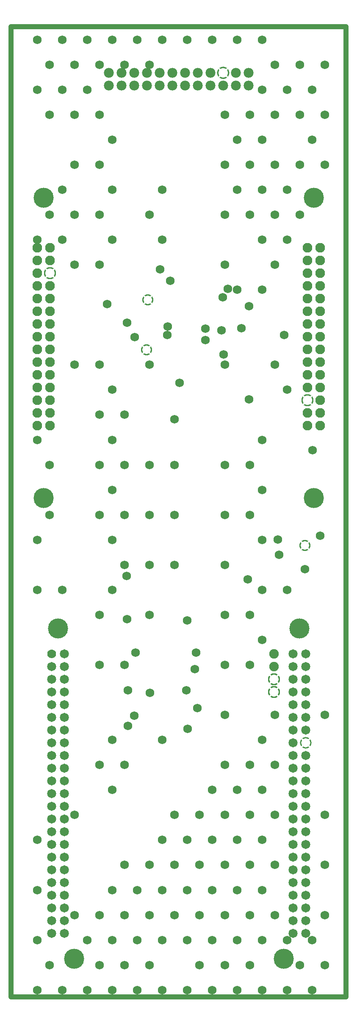
<source format=gbr>
G04 Layer_Physical_Order=4*
G04 Layer_Color=128*
%FSLAX26Y26*%
%MOIN*%
%TF.FileFunction,Copper,L4,Inr,Plane*%
%TF.Part,Single*%
G01*
G75*
%TA.AperFunction,NonConductor*%
%ADD31C,0.040000*%
%TA.AperFunction,ComponentPad*%
%ADD32C,0.075433*%
%ADD33C,0.076221*%
G04:AMPARAMS|DCode=34|XSize=96.221mil|YSize=96.221mil|CornerRadius=0mil|HoleSize=0mil|Usage=FLASHONLY|Rotation=0.000|XOffset=0mil|YOffset=0mil|HoleType=Round|Shape=Relief|Width=10mil|Gap=10mil|Entries=4|*
%AMTHD34*
7,0,0,0.096221,0.076221,0.010000,45*
%
%ADD34THD34*%
%ADD35C,0.077402*%
G04:AMPARAMS|DCode=36|XSize=97.402mil|YSize=97.402mil|CornerRadius=0mil|HoleSize=0mil|Usage=FLASHONLY|Rotation=0.000|XOffset=0mil|YOffset=0mil|HoleType=Round|Shape=Relief|Width=10mil|Gap=10mil|Entries=4|*
%AMTHD36*
7,0,0,0.097402,0.077402,0.010000,45*
%
%ADD36THD36*%
%TA.AperFunction,WasherPad*%
%ADD37C,0.158110*%
%TA.AperFunction,ComponentPad*%
%ADD38C,0.158110*%
%ADD39C,0.071496*%
%ADD40C,0.070000*%
%TA.AperFunction,ViaPad*%
%ADD41C,0.068000*%
G04:AMPARAMS|DCode=42|XSize=88mil|YSize=88mil|CornerRadius=0mil|HoleSize=0mil|Usage=FLASHONLY|Rotation=0.000|XOffset=0mil|YOffset=0mil|HoleType=Round|Shape=Relief|Width=10mil|Gap=10mil|Entries=4|*
%AMTHD42*
7,0,0,0.088000,0.068000,0.010000,45*
%
%ADD42THD42*%
%TA.AperFunction,ComponentPad*%
G04:AMPARAMS|DCode=43|XSize=95.433mil|YSize=95.433mil|CornerRadius=0mil|HoleSize=0mil|Usage=FLASHONLY|Rotation=0.000|XOffset=0mil|YOffset=0mil|HoleType=Round|Shape=Relief|Width=10mil|Gap=10mil|Entries=4|*
%AMTHD43*
7,0,0,0.095433,0.075433,0.010000,45*
%
%ADD43THD43*%
G04:AMPARAMS|DCode=44|XSize=91.496mil|YSize=91.496mil|CornerRadius=0mil|HoleSize=0mil|Usage=FLASHONLY|Rotation=0.000|XOffset=0mil|YOffset=0mil|HoleType=Round|Shape=Relief|Width=10mil|Gap=10mil|Entries=4|*
%AMTHD44*
7,0,0,0.091496,0.071496,0.010000,45*
%
%ADD44THD44*%
D31*
X-1169103Y363555D02*
X-1169103Y-7274287D01*
X-1169103Y363555D02*
X1468897Y363555D01*
X1468897Y-7274287D02*
X1468897Y363555D01*
X-1169103Y-7274287D02*
X1468897Y-7274287D01*
D32*
X901378Y-4573621D02*
D03*
X901378Y-4673621D02*
D03*
D33*
X-961811Y-2776618D02*
D03*
X-961811Y-2676618D02*
D03*
X-961811Y-2576618D02*
D03*
X-961811Y-2476618D02*
D03*
X-961811Y-2376618D02*
D03*
X-961811Y-2276618D02*
D03*
X-961811Y-2176618D02*
D03*
X-961811Y-2076618D02*
D03*
X-961811Y-1976618D02*
D03*
X-961811Y-1876618D02*
D03*
X-961811Y-1776618D02*
D03*
X-961811Y-1676618D02*
D03*
X-961811Y-1576618D02*
D03*
X-961811Y-1476618D02*
D03*
X-961811Y-1376618D02*
D03*
X-861811Y-2776618D02*
D03*
X-861811Y-2676618D02*
D03*
X-861811Y-2576618D02*
D03*
X-861811Y-2476618D02*
D03*
X-861811Y-2376618D02*
D03*
X-861811Y-2276618D02*
D03*
X-861811Y-2176618D02*
D03*
X-861811Y-2076618D02*
D03*
X-861811Y-1976618D02*
D03*
X-861811Y-1876618D02*
D03*
X-861811Y-1776618D02*
D03*
X-861811Y-1676618D02*
D03*
X-861811Y-1476618D02*
D03*
X-861811Y-1376618D02*
D03*
X1264173Y-1376618D02*
D03*
X1264173Y-1476618D02*
D03*
X1264173Y-1576618D02*
D03*
X1264173Y-1676618D02*
D03*
X1264173Y-1776618D02*
D03*
X1264173Y-1876618D02*
D03*
X1264173Y-1976618D02*
D03*
X1264173Y-2076618D02*
D03*
X1264173Y-2176618D02*
D03*
X1264173Y-2276618D02*
D03*
X1264173Y-2376618D02*
D03*
X1264173Y-2476618D02*
D03*
X1264173Y-2576618D02*
D03*
X1264173Y-2676618D02*
D03*
X1264173Y-2776618D02*
D03*
X1164173Y-1376618D02*
D03*
X1164173Y-1476618D02*
D03*
X1164173Y-1576618D02*
D03*
X1164173Y-1676618D02*
D03*
X1164173Y-1776618D02*
D03*
X1164173Y-1876618D02*
D03*
X1164173Y-1976618D02*
D03*
X1164173Y-2076618D02*
D03*
X1164173Y-2176618D02*
D03*
X1164173Y-2276618D02*
D03*
X1164173Y-2376618D02*
D03*
X1164173Y-2476618D02*
D03*
X1164173Y-2676618D02*
D03*
X1164173Y-2776618D02*
D03*
D34*
X-861811Y-1576618D02*
D03*
X1164173Y-2576618D02*
D03*
D35*
X600000Y-100000D02*
D03*
X600000Y0D02*
D03*
X400000Y0D02*
D03*
X300000Y0D02*
D03*
X200000Y0D02*
D03*
X100000Y0D02*
D03*
X0Y0D02*
D03*
X-100000Y0D02*
D03*
X-200000Y0D02*
D03*
X-300000Y0D02*
D03*
X-400000Y0D02*
D03*
X500000Y-100000D02*
D03*
X400000Y-100000D02*
D03*
X300000Y-100000D02*
D03*
X200000Y-100000D02*
D03*
X100000Y-100000D02*
D03*
X0Y-100000D02*
D03*
X-100000Y-100000D02*
D03*
X-200000Y-100000D02*
D03*
X-300000Y-100000D02*
D03*
X-400000Y-100000D02*
D03*
X700000Y0D02*
D03*
X700000Y-100000D02*
D03*
D36*
X500000Y0D02*
D03*
D37*
X-911810Y-982918D02*
D03*
X-911810Y-3345122D02*
D03*
X1214174Y-982918D02*
D03*
X1214174Y-3345122D02*
D03*
D38*
X-798622Y-4373622D02*
D03*
X1101378Y-4373622D02*
D03*
X976378Y-6973622D02*
D03*
X-673622Y-6973622D02*
D03*
D39*
X-748622Y-4573622D02*
D03*
X-748622Y-4673622D02*
D03*
X-748622Y-4773622D02*
D03*
X-748622Y-4873622D02*
D03*
X-748622Y-4973622D02*
D03*
X-748622Y-5073622D02*
D03*
X-748622Y-5173622D02*
D03*
X-748622Y-5273622D02*
D03*
X-748622Y-5373622D02*
D03*
X-748622Y-5473622D02*
D03*
X-748622Y-5573622D02*
D03*
X-748622Y-5673622D02*
D03*
X-748622Y-5773622D02*
D03*
X-748622Y-5873622D02*
D03*
X-748622Y-5973622D02*
D03*
X-748622Y-6073622D02*
D03*
X-748622Y-6173622D02*
D03*
X-748622Y-6273622D02*
D03*
X-748622Y-6373622D02*
D03*
X-748622Y-6473622D02*
D03*
X-748622Y-6573622D02*
D03*
X-748622Y-6673622D02*
D03*
X-748622Y-6773622D02*
D03*
X-848622Y-4673622D02*
D03*
X-848622Y-4773622D02*
D03*
X-848622Y-4873622D02*
D03*
X-848622Y-4973622D02*
D03*
X-848622Y-5073622D02*
D03*
X-848622Y-5173622D02*
D03*
X-848622Y-5273622D02*
D03*
X-848622Y-5373622D02*
D03*
X-848622Y-5473622D02*
D03*
X-848622Y-5573622D02*
D03*
X-848622Y-5673622D02*
D03*
X-848622Y-5773622D02*
D03*
X-848622Y-5873622D02*
D03*
X-848622Y-5973622D02*
D03*
X-848622Y-6073622D02*
D03*
X-848622Y-6173622D02*
D03*
X-848622Y-6273622D02*
D03*
X-848622Y-6373622D02*
D03*
X-848622Y-6473622D02*
D03*
X-848622Y-6573622D02*
D03*
X-848622Y-6673622D02*
D03*
X-848622Y-6773622D02*
D03*
X1051378Y-4573622D02*
D03*
X1151378Y-4573622D02*
D03*
X1151378Y-4673622D02*
D03*
X1151378Y-4773622D02*
D03*
X1151378Y-4873622D02*
D03*
X1151378Y-4973622D02*
D03*
X1151378Y-5073622D02*
D03*
X1151378Y-5173622D02*
D03*
X1151378Y-5373622D02*
D03*
X1151378Y-5473622D02*
D03*
X1151378Y-5573622D02*
D03*
X1151378Y-5673622D02*
D03*
X1151378Y-5773622D02*
D03*
X1151378Y-5873622D02*
D03*
X1151378Y-5973622D02*
D03*
X1151378Y-6073622D02*
D03*
X1151378Y-6173622D02*
D03*
X1151378Y-6273622D02*
D03*
X1151378Y-6373622D02*
D03*
X1151378Y-6473622D02*
D03*
X1151378Y-6573622D02*
D03*
X1151378Y-6673622D02*
D03*
X1151378Y-6773622D02*
D03*
X1051378Y-4673622D02*
D03*
X1051378Y-4773622D02*
D03*
X1051378Y-4873622D02*
D03*
X1051378Y-4973622D02*
D03*
X1051378Y-5073622D02*
D03*
X1051378Y-5173622D02*
D03*
X1051378Y-5273622D02*
D03*
X1051378Y-5373622D02*
D03*
X1051378Y-5473622D02*
D03*
X1051378Y-5573622D02*
D03*
X1051378Y-5673622D02*
D03*
X1051378Y-5773622D02*
D03*
X1051378Y-5873622D02*
D03*
X1051378Y-5973622D02*
D03*
X1051378Y-6073622D02*
D03*
X1051378Y-6173622D02*
D03*
X1051378Y-6273622D02*
D03*
X1051378Y-6373622D02*
D03*
X1051378Y-6473622D02*
D03*
X1051378Y-6573622D02*
D03*
X1051378Y-6673622D02*
D03*
X1051378Y-6773622D02*
D03*
D40*
X-848622Y-4573622D02*
D03*
D41*
X694324Y-3986122D02*
D03*
X-258352Y-3961122D02*
D03*
X1145000Y-3905000D02*
D03*
X361378Y-2103256D02*
D03*
X221378Y-5163622D02*
D03*
X277324Y-4693122D02*
D03*
X296324Y-4998122D02*
D03*
X-77676Y-4881122D02*
D03*
X-198676Y-5059122D02*
D03*
X-255676Y-4301122D02*
D03*
X218324Y-4311122D02*
D03*
X-248622Y-4858622D02*
D03*
X209450Y-4861024D02*
D03*
X-248622Y-5138622D02*
D03*
X-188622Y-4563622D02*
D03*
X286378Y-4563622D02*
D03*
X497324Y-1765122D02*
D03*
X537324Y-1700122D02*
D03*
X82324Y-1635122D02*
D03*
X642324Y-2010122D02*
D03*
X2324Y-1545122D02*
D03*
X62324Y-1995122D02*
D03*
X-257676Y-1965122D02*
D03*
X502324Y-2215122D02*
D03*
X487324Y-2025122D02*
D03*
X117324Y-2725122D02*
D03*
X-197676Y-2080122D02*
D03*
X1202324Y-2970122D02*
D03*
X157324Y-2440122D02*
D03*
X704118Y-1837918D02*
D03*
X702324Y-2568122D02*
D03*
X941378Y-3793622D02*
D03*
X361378Y-2013622D02*
D03*
X61378Y-2063622D02*
D03*
X-414354Y-1820224D02*
D03*
X981378Y-2063622D02*
D03*
X931378Y-3673622D02*
D03*
X1264174Y-3641574D02*
D03*
X-964030Y-7218735D02*
D03*
X-865605Y-7021885D02*
D03*
X-964030Y-6825034D02*
D03*
X-964030Y-6431334D02*
D03*
X-964030Y-6037633D02*
D03*
X-964030Y-4069129D02*
D03*
X-964030Y-3675428D02*
D03*
X-865605Y-3478578D02*
D03*
X-865605Y-3084877D02*
D03*
X-964030Y-2888026D02*
D03*
X-964030Y-1313223D02*
D03*
X-865605Y-1116373D02*
D03*
X-865605Y-328971D02*
D03*
X-964030Y-132121D02*
D03*
X-865605Y64730D02*
D03*
X-964030Y261580D02*
D03*
X-767180Y-7218735D02*
D03*
X-668754Y-6628184D02*
D03*
X-668754Y-5840782D02*
D03*
X-767180Y-4069129D02*
D03*
X-668754Y-2297475D02*
D03*
X-668754Y-1510074D02*
D03*
X-767180Y-1313223D02*
D03*
X-668754Y-1116373D02*
D03*
X-767180Y-919522D02*
D03*
X-668754Y-722672D02*
D03*
X-668754Y-328971D02*
D03*
X-767180Y-132121D02*
D03*
X-668754Y64730D02*
D03*
X-767180Y261580D02*
D03*
X-570329Y-7218735D02*
D03*
X-471904Y-7021885D02*
D03*
X-570329Y-6825034D02*
D03*
X-471904Y-6628184D02*
D03*
X-471904Y-5447082D02*
D03*
X-471904Y-4659680D02*
D03*
X-471904Y-4265979D02*
D03*
X-471904Y-3478578D02*
D03*
X-471904Y-3084877D02*
D03*
X-471904Y-2691176D02*
D03*
X-471904Y-2297475D02*
D03*
X-471904Y-1510074D02*
D03*
X-471904Y-1116373D02*
D03*
X-471904Y-722672D02*
D03*
X-471904Y-328971D02*
D03*
X-570329Y-132121D02*
D03*
X-471904Y64730D02*
D03*
X-570329Y261580D02*
D03*
X-373479Y-7218735D02*
D03*
X-275054Y-7021885D02*
D03*
X-373479Y-6825034D02*
D03*
X-275054Y-6628184D02*
D03*
X-373479Y-6431334D02*
D03*
X-275054Y-6234483D02*
D03*
X-373479Y-5643932D02*
D03*
X-275054Y-5447082D02*
D03*
X-373479Y-5250231D02*
D03*
X-275054Y-4659680D02*
D03*
X-373479Y-4069129D02*
D03*
X-275054Y-3872278D02*
D03*
X-373479Y-3675428D02*
D03*
X-275054Y-3478578D02*
D03*
X-373479Y-3281727D02*
D03*
X-275054Y-3084877D02*
D03*
X-373479Y-2888026D02*
D03*
X-275054Y-2691176D02*
D03*
X-373479Y-2494326D02*
D03*
X-373479Y-1313223D02*
D03*
X-373479Y-919522D02*
D03*
X-373479Y-525822D02*
D03*
X-275054Y64730D02*
D03*
X-373479Y261580D02*
D03*
X-176628Y-7218735D02*
D03*
X-78203Y-7021885D02*
D03*
X-176628Y-6825034D02*
D03*
X-78203Y-6628184D02*
D03*
X-176628Y-6431334D02*
D03*
X-78203Y-6234483D02*
D03*
X-78203Y-4265979D02*
D03*
X-78203Y-3872278D02*
D03*
X-78203Y-3478578D02*
D03*
X-78203Y-3084877D02*
D03*
X-78203Y-2297475D02*
D03*
X-78203Y-1116373D02*
D03*
X-78203Y64730D02*
D03*
X-176628Y261580D02*
D03*
X20222Y-7218735D02*
D03*
X20222Y-6825034D02*
D03*
X118647Y-6628184D02*
D03*
X20222Y-6431334D02*
D03*
X118647Y-6234483D02*
D03*
X20222Y-6037633D02*
D03*
X118647Y-5840782D02*
D03*
X20222Y-5250231D02*
D03*
X118647Y-3872278D02*
D03*
X118647Y-3478578D02*
D03*
X118647Y-3084877D02*
D03*
X20222Y-1313223D02*
D03*
X20222Y-919522D02*
D03*
X20222Y261580D02*
D03*
X217072Y-7218735D02*
D03*
X315498Y-7021885D02*
D03*
X217072Y-6825034D02*
D03*
X315498Y-6628184D02*
D03*
X217072Y-6431334D02*
D03*
X315498Y-6234483D02*
D03*
X217072Y-6037633D02*
D03*
X315498Y-5840782D02*
D03*
X217072Y261580D02*
D03*
X413923Y-7218735D02*
D03*
X512348Y-7021885D02*
D03*
X413923Y-6825034D02*
D03*
X512348Y-6628184D02*
D03*
X413923Y-6431334D02*
D03*
X512348Y-6234483D02*
D03*
X413923Y-6037633D02*
D03*
X512348Y-5840782D02*
D03*
X413923Y-5643932D02*
D03*
X512348Y-5447082D02*
D03*
X512348Y-5053381D02*
D03*
X512348Y-4659680D02*
D03*
X512348Y-4265979D02*
D03*
X512348Y-3872278D02*
D03*
X512348Y-3478578D02*
D03*
X512348Y-3084877D02*
D03*
X512348Y-2297475D02*
D03*
X512348Y-1510074D02*
D03*
X512348Y-1116373D02*
D03*
X512348Y-722672D02*
D03*
X512348Y-328971D02*
D03*
X413923Y261580D02*
D03*
X610773Y-7218735D02*
D03*
X709198Y-7021885D02*
D03*
X610773Y-6825034D02*
D03*
X709198Y-6628184D02*
D03*
X610773Y-6431334D02*
D03*
X709198Y-6234483D02*
D03*
X610773Y-6037633D02*
D03*
X709198Y-5840782D02*
D03*
X610773Y-5643932D02*
D03*
X709198Y-5447082D02*
D03*
X709198Y-4659680D02*
D03*
X709198Y-4265979D02*
D03*
X709198Y-3478578D02*
D03*
X709198Y-3084877D02*
D03*
X610773Y-1706924D02*
D03*
X709198Y-1116373D02*
D03*
X610773Y-919522D02*
D03*
X709198Y-722672D02*
D03*
X610773Y-525822D02*
D03*
X709198Y-328971D02*
D03*
X610773Y261580D02*
D03*
X807624Y-7218735D02*
D03*
X807624Y-6825034D02*
D03*
X906049Y-6628184D02*
D03*
X807624Y-6431334D02*
D03*
X906049Y-6234483D02*
D03*
X807624Y-6037633D02*
D03*
X906049Y-5840782D02*
D03*
X807624Y-5643932D02*
D03*
X906049Y-5447082D02*
D03*
X807624Y-5250231D02*
D03*
X906049Y-5053381D02*
D03*
X807624Y-4462830D02*
D03*
X807624Y-4069129D02*
D03*
X807624Y-3675428D02*
D03*
X807624Y-3281727D02*
D03*
X807624Y-2888026D02*
D03*
X906049Y-2297475D02*
D03*
X807624Y-1706924D02*
D03*
X906049Y-1510074D02*
D03*
X807624Y-1313223D02*
D03*
X906049Y-1116373D02*
D03*
X807624Y-919522D02*
D03*
X906049Y-722672D02*
D03*
X807624Y-525822D02*
D03*
X906049Y-328971D02*
D03*
X807624Y-132121D02*
D03*
X906049Y64730D02*
D03*
X807624Y261580D02*
D03*
X1004474Y-7218735D02*
D03*
X1102899Y-7021885D02*
D03*
X1004474Y-6825034D02*
D03*
X1004474Y-4069129D02*
D03*
X1004474Y-2494326D02*
D03*
X1004474Y-1313223D02*
D03*
X1102899Y-1116373D02*
D03*
X1004474Y-919522D02*
D03*
X1102899Y-722672D02*
D03*
X1102899Y-328971D02*
D03*
X1004474Y-132121D02*
D03*
X1102899Y64730D02*
D03*
X1201324Y-7218735D02*
D03*
X1299750Y-7021885D02*
D03*
X1201324Y-6825034D02*
D03*
X1299750Y-6628184D02*
D03*
X1299750Y-6234483D02*
D03*
X1299750Y-5840782D02*
D03*
X1299750Y-5053381D02*
D03*
X1299750Y-722672D02*
D03*
X1201324Y-525822D02*
D03*
X1299750Y-328971D02*
D03*
X1201324Y-132121D02*
D03*
X1299750Y64730D02*
D03*
D42*
X-92676Y-1785122D02*
D03*
X1142324Y-3720122D02*
D03*
X-102676Y-2180122D02*
D03*
D43*
X901378Y-4773621D02*
D03*
X901378Y-4873621D02*
D03*
D44*
X1151378Y-5273622D02*
D03*
%TF.MD5,6c09a10fdcb92ec517939a11f1faaa92*%
M02*

</source>
